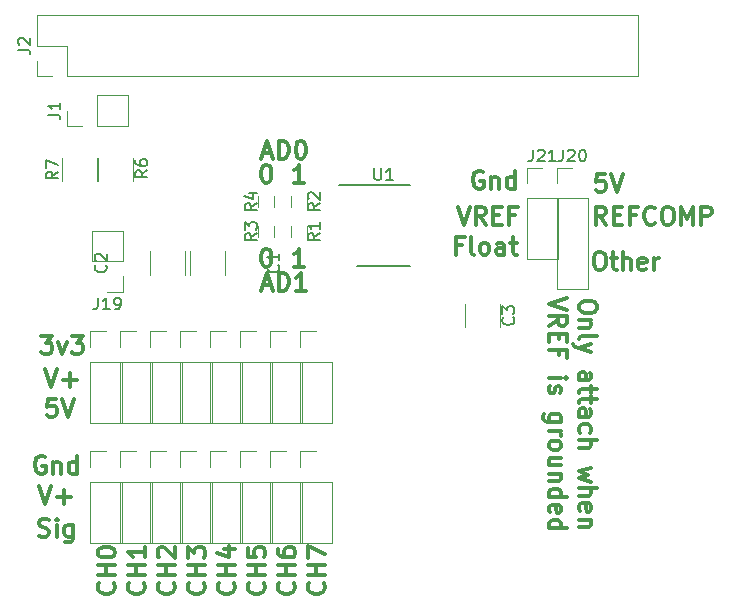
<source format=gbr>
G04 #@! TF.FileFunction,Legend,Top*
%FSLAX46Y46*%
G04 Gerber Fmt 4.6, Leading zero omitted, Abs format (unit mm)*
G04 Created by KiCad (PCBNEW 4.0.6) date 02/08/19 21:52:06*
%MOMM*%
%LPD*%
G01*
G04 APERTURE LIST*
%ADD10C,0.100000*%
%ADD11C,0.300000*%
%ADD12C,0.150000*%
%ADD13C,0.120000*%
G04 APERTURE END LIST*
D10*
D11*
X154496429Y-100478000D02*
X154496429Y-100763714D01*
X154425000Y-100906572D01*
X154282143Y-101049429D01*
X153996429Y-101120857D01*
X153496429Y-101120857D01*
X153210714Y-101049429D01*
X153067857Y-100906572D01*
X152996429Y-100763714D01*
X152996429Y-100478000D01*
X153067857Y-100335143D01*
X153210714Y-100192286D01*
X153496429Y-100120857D01*
X153996429Y-100120857D01*
X154282143Y-100192286D01*
X154425000Y-100335143D01*
X154496429Y-100478000D01*
X153996429Y-101763715D02*
X152996429Y-101763715D01*
X153853571Y-101763715D02*
X153925000Y-101835143D01*
X153996429Y-101978001D01*
X153996429Y-102192286D01*
X153925000Y-102335143D01*
X153782143Y-102406572D01*
X152996429Y-102406572D01*
X152996429Y-103335144D02*
X153067857Y-103192286D01*
X153210714Y-103120858D01*
X154496429Y-103120858D01*
X153996429Y-103763715D02*
X152996429Y-104120858D01*
X153996429Y-104478000D02*
X152996429Y-104120858D01*
X152639286Y-103978000D01*
X152567857Y-103906572D01*
X152496429Y-103763715D01*
X152996429Y-106835143D02*
X153782143Y-106835143D01*
X153925000Y-106763714D01*
X153996429Y-106620857D01*
X153996429Y-106335143D01*
X153925000Y-106192286D01*
X153067857Y-106835143D02*
X152996429Y-106692286D01*
X152996429Y-106335143D01*
X153067857Y-106192286D01*
X153210714Y-106120857D01*
X153353571Y-106120857D01*
X153496429Y-106192286D01*
X153567857Y-106335143D01*
X153567857Y-106692286D01*
X153639286Y-106835143D01*
X153996429Y-107335143D02*
X153996429Y-107906572D01*
X154496429Y-107549429D02*
X153210714Y-107549429D01*
X153067857Y-107620857D01*
X152996429Y-107763715D01*
X152996429Y-107906572D01*
X153996429Y-108192286D02*
X153996429Y-108763715D01*
X154496429Y-108406572D02*
X153210714Y-108406572D01*
X153067857Y-108478000D01*
X152996429Y-108620858D01*
X152996429Y-108763715D01*
X152996429Y-109906572D02*
X153782143Y-109906572D01*
X153925000Y-109835143D01*
X153996429Y-109692286D01*
X153996429Y-109406572D01*
X153925000Y-109263715D01*
X153067857Y-109906572D02*
X152996429Y-109763715D01*
X152996429Y-109406572D01*
X153067857Y-109263715D01*
X153210714Y-109192286D01*
X153353571Y-109192286D01*
X153496429Y-109263715D01*
X153567857Y-109406572D01*
X153567857Y-109763715D01*
X153639286Y-109906572D01*
X153067857Y-111263715D02*
X152996429Y-111120858D01*
X152996429Y-110835144D01*
X153067857Y-110692286D01*
X153139286Y-110620858D01*
X153282143Y-110549429D01*
X153710714Y-110549429D01*
X153853571Y-110620858D01*
X153925000Y-110692286D01*
X153996429Y-110835144D01*
X153996429Y-111120858D01*
X153925000Y-111263715D01*
X152996429Y-111906572D02*
X154496429Y-111906572D01*
X152996429Y-112549429D02*
X153782143Y-112549429D01*
X153925000Y-112478000D01*
X153996429Y-112335143D01*
X153996429Y-112120858D01*
X153925000Y-111978000D01*
X153853571Y-111906572D01*
X153996429Y-114263715D02*
X152996429Y-114549429D01*
X153710714Y-114835143D01*
X152996429Y-115120858D01*
X153996429Y-115406572D01*
X152996429Y-115978001D02*
X154496429Y-115978001D01*
X152996429Y-116620858D02*
X153782143Y-116620858D01*
X153925000Y-116549429D01*
X153996429Y-116406572D01*
X153996429Y-116192287D01*
X153925000Y-116049429D01*
X153853571Y-115978001D01*
X153067857Y-117906572D02*
X152996429Y-117763715D01*
X152996429Y-117478001D01*
X153067857Y-117335144D01*
X153210714Y-117263715D01*
X153782143Y-117263715D01*
X153925000Y-117335144D01*
X153996429Y-117478001D01*
X153996429Y-117763715D01*
X153925000Y-117906572D01*
X153782143Y-117978001D01*
X153639286Y-117978001D01*
X153496429Y-117263715D01*
X153996429Y-118620858D02*
X152996429Y-118620858D01*
X153853571Y-118620858D02*
X153925000Y-118692286D01*
X153996429Y-118835144D01*
X153996429Y-119049429D01*
X153925000Y-119192286D01*
X153782143Y-119263715D01*
X152996429Y-119263715D01*
X151946429Y-99870857D02*
X150446429Y-100370857D01*
X151946429Y-100870857D01*
X150446429Y-102228000D02*
X151160714Y-101728000D01*
X150446429Y-101370857D02*
X151946429Y-101370857D01*
X151946429Y-101942285D01*
X151875000Y-102085143D01*
X151803571Y-102156571D01*
X151660714Y-102228000D01*
X151446429Y-102228000D01*
X151303571Y-102156571D01*
X151232143Y-102085143D01*
X151160714Y-101942285D01*
X151160714Y-101370857D01*
X151232143Y-102870857D02*
X151232143Y-103370857D01*
X150446429Y-103585143D02*
X150446429Y-102870857D01*
X151946429Y-102870857D01*
X151946429Y-103585143D01*
X151232143Y-104728000D02*
X151232143Y-104228000D01*
X150446429Y-104228000D02*
X151946429Y-104228000D01*
X151946429Y-104942286D01*
X150446429Y-106656571D02*
X151446429Y-106656571D01*
X151946429Y-106656571D02*
X151875000Y-106585142D01*
X151803571Y-106656571D01*
X151875000Y-106727999D01*
X151946429Y-106656571D01*
X151803571Y-106656571D01*
X150517857Y-107299428D02*
X150446429Y-107442285D01*
X150446429Y-107728000D01*
X150517857Y-107870857D01*
X150660714Y-107942285D01*
X150732143Y-107942285D01*
X150875000Y-107870857D01*
X150946429Y-107728000D01*
X150946429Y-107513714D01*
X151017857Y-107370857D01*
X151160714Y-107299428D01*
X151232143Y-107299428D01*
X151375000Y-107370857D01*
X151446429Y-107513714D01*
X151446429Y-107728000D01*
X151375000Y-107870857D01*
X151446429Y-110370857D02*
X150232143Y-110370857D01*
X150089286Y-110299428D01*
X150017857Y-110228000D01*
X149946429Y-110085143D01*
X149946429Y-109870857D01*
X150017857Y-109728000D01*
X150517857Y-110370857D02*
X150446429Y-110228000D01*
X150446429Y-109942286D01*
X150517857Y-109799428D01*
X150589286Y-109728000D01*
X150732143Y-109656571D01*
X151160714Y-109656571D01*
X151303571Y-109728000D01*
X151375000Y-109799428D01*
X151446429Y-109942286D01*
X151446429Y-110228000D01*
X151375000Y-110370857D01*
X150446429Y-111085143D02*
X151446429Y-111085143D01*
X151160714Y-111085143D02*
X151303571Y-111156571D01*
X151375000Y-111228000D01*
X151446429Y-111370857D01*
X151446429Y-111513714D01*
X150446429Y-112228000D02*
X150517857Y-112085142D01*
X150589286Y-112013714D01*
X150732143Y-111942285D01*
X151160714Y-111942285D01*
X151303571Y-112013714D01*
X151375000Y-112085142D01*
X151446429Y-112228000D01*
X151446429Y-112442285D01*
X151375000Y-112585142D01*
X151303571Y-112656571D01*
X151160714Y-112728000D01*
X150732143Y-112728000D01*
X150589286Y-112656571D01*
X150517857Y-112585142D01*
X150446429Y-112442285D01*
X150446429Y-112228000D01*
X151446429Y-114013714D02*
X150446429Y-114013714D01*
X151446429Y-113370857D02*
X150660714Y-113370857D01*
X150517857Y-113442285D01*
X150446429Y-113585143D01*
X150446429Y-113799428D01*
X150517857Y-113942285D01*
X150589286Y-114013714D01*
X151446429Y-114728000D02*
X150446429Y-114728000D01*
X151303571Y-114728000D02*
X151375000Y-114799428D01*
X151446429Y-114942286D01*
X151446429Y-115156571D01*
X151375000Y-115299428D01*
X151232143Y-115370857D01*
X150446429Y-115370857D01*
X150446429Y-116728000D02*
X151946429Y-116728000D01*
X150517857Y-116728000D02*
X150446429Y-116585143D01*
X150446429Y-116299429D01*
X150517857Y-116156571D01*
X150589286Y-116085143D01*
X150732143Y-116013714D01*
X151160714Y-116013714D01*
X151303571Y-116085143D01*
X151375000Y-116156571D01*
X151446429Y-116299429D01*
X151446429Y-116585143D01*
X151375000Y-116728000D01*
X150517857Y-118013714D02*
X150446429Y-117870857D01*
X150446429Y-117585143D01*
X150517857Y-117442286D01*
X150660714Y-117370857D01*
X151232143Y-117370857D01*
X151375000Y-117442286D01*
X151446429Y-117585143D01*
X151446429Y-117870857D01*
X151375000Y-118013714D01*
X151232143Y-118085143D01*
X151089286Y-118085143D01*
X150946429Y-117370857D01*
X150446429Y-119370857D02*
X151946429Y-119370857D01*
X150517857Y-119370857D02*
X150446429Y-119228000D01*
X150446429Y-118942286D01*
X150517857Y-118799428D01*
X150589286Y-118728000D01*
X150732143Y-118656571D01*
X151160714Y-118656571D01*
X151303571Y-118728000D01*
X151375000Y-118799428D01*
X151446429Y-118942286D01*
X151446429Y-119228000D01*
X151375000Y-119370857D01*
X154566857Y-95952571D02*
X154852571Y-95952571D01*
X154995429Y-96024000D01*
X155138286Y-96166857D01*
X155209714Y-96452571D01*
X155209714Y-96952571D01*
X155138286Y-97238286D01*
X154995429Y-97381143D01*
X154852571Y-97452571D01*
X154566857Y-97452571D01*
X154424000Y-97381143D01*
X154281143Y-97238286D01*
X154209714Y-96952571D01*
X154209714Y-96452571D01*
X154281143Y-96166857D01*
X154424000Y-96024000D01*
X154566857Y-95952571D01*
X155638286Y-96452571D02*
X156209715Y-96452571D01*
X155852572Y-95952571D02*
X155852572Y-97238286D01*
X155924000Y-97381143D01*
X156066858Y-97452571D01*
X156209715Y-97452571D01*
X156709715Y-97452571D02*
X156709715Y-95952571D01*
X157352572Y-97452571D02*
X157352572Y-96666857D01*
X157281143Y-96524000D01*
X157138286Y-96452571D01*
X156924001Y-96452571D01*
X156781143Y-96524000D01*
X156709715Y-96595429D01*
X158638286Y-97381143D02*
X158495429Y-97452571D01*
X158209715Y-97452571D01*
X158066858Y-97381143D01*
X157995429Y-97238286D01*
X157995429Y-96666857D01*
X158066858Y-96524000D01*
X158209715Y-96452571D01*
X158495429Y-96452571D01*
X158638286Y-96524000D01*
X158709715Y-96666857D01*
X158709715Y-96809714D01*
X157995429Y-96952571D01*
X159352572Y-97452571D02*
X159352572Y-96452571D01*
X159352572Y-96738286D02*
X159424000Y-96595429D01*
X159495429Y-96524000D01*
X159638286Y-96452571D01*
X159781143Y-96452571D01*
X155162287Y-89348571D02*
X154448001Y-89348571D01*
X154376572Y-90062857D01*
X154448001Y-89991429D01*
X154590858Y-89920000D01*
X154948001Y-89920000D01*
X155090858Y-89991429D01*
X155162287Y-90062857D01*
X155233715Y-90205714D01*
X155233715Y-90562857D01*
X155162287Y-90705714D01*
X155090858Y-90777143D01*
X154948001Y-90848571D01*
X154590858Y-90848571D01*
X154448001Y-90777143D01*
X154376572Y-90705714D01*
X155662286Y-89348571D02*
X156162286Y-90848571D01*
X156662286Y-89348571D01*
X155258000Y-93642571D02*
X154758000Y-92928286D01*
X154400857Y-93642571D02*
X154400857Y-92142571D01*
X154972285Y-92142571D01*
X155115143Y-92214000D01*
X155186571Y-92285429D01*
X155258000Y-92428286D01*
X155258000Y-92642571D01*
X155186571Y-92785429D01*
X155115143Y-92856857D01*
X154972285Y-92928286D01*
X154400857Y-92928286D01*
X155900857Y-92856857D02*
X156400857Y-92856857D01*
X156615143Y-93642571D02*
X155900857Y-93642571D01*
X155900857Y-92142571D01*
X156615143Y-92142571D01*
X157758000Y-92856857D02*
X157258000Y-92856857D01*
X157258000Y-93642571D02*
X157258000Y-92142571D01*
X157972286Y-92142571D01*
X159400857Y-93499714D02*
X159329428Y-93571143D01*
X159115142Y-93642571D01*
X158972285Y-93642571D01*
X158758000Y-93571143D01*
X158615142Y-93428286D01*
X158543714Y-93285429D01*
X158472285Y-92999714D01*
X158472285Y-92785429D01*
X158543714Y-92499714D01*
X158615142Y-92356857D01*
X158758000Y-92214000D01*
X158972285Y-92142571D01*
X159115142Y-92142571D01*
X159329428Y-92214000D01*
X159400857Y-92285429D01*
X160329428Y-92142571D02*
X160615142Y-92142571D01*
X160758000Y-92214000D01*
X160900857Y-92356857D01*
X160972285Y-92642571D01*
X160972285Y-93142571D01*
X160900857Y-93428286D01*
X160758000Y-93571143D01*
X160615142Y-93642571D01*
X160329428Y-93642571D01*
X160186571Y-93571143D01*
X160043714Y-93428286D01*
X159972285Y-93142571D01*
X159972285Y-92642571D01*
X160043714Y-92356857D01*
X160186571Y-92214000D01*
X160329428Y-92142571D01*
X161615143Y-93642571D02*
X161615143Y-92142571D01*
X162115143Y-93214000D01*
X162615143Y-92142571D01*
X162615143Y-93642571D01*
X163329429Y-93642571D02*
X163329429Y-92142571D01*
X163900857Y-92142571D01*
X164043715Y-92214000D01*
X164115143Y-92285429D01*
X164186572Y-92428286D01*
X164186572Y-92642571D01*
X164115143Y-92785429D01*
X164043715Y-92856857D01*
X163900857Y-92928286D01*
X163329429Y-92928286D01*
X144831714Y-89166000D02*
X144688857Y-89094571D01*
X144474571Y-89094571D01*
X144260286Y-89166000D01*
X144117428Y-89308857D01*
X144046000Y-89451714D01*
X143974571Y-89737429D01*
X143974571Y-89951714D01*
X144046000Y-90237429D01*
X144117428Y-90380286D01*
X144260286Y-90523143D01*
X144474571Y-90594571D01*
X144617428Y-90594571D01*
X144831714Y-90523143D01*
X144903143Y-90451714D01*
X144903143Y-89951714D01*
X144617428Y-89951714D01*
X145546000Y-89594571D02*
X145546000Y-90594571D01*
X145546000Y-89737429D02*
X145617428Y-89666000D01*
X145760286Y-89594571D01*
X145974571Y-89594571D01*
X146117428Y-89666000D01*
X146188857Y-89808857D01*
X146188857Y-90594571D01*
X147546000Y-90594571D02*
X147546000Y-89094571D01*
X147546000Y-90523143D02*
X147403143Y-90594571D01*
X147117429Y-90594571D01*
X146974571Y-90523143D01*
X146903143Y-90451714D01*
X146831714Y-90308857D01*
X146831714Y-89880286D01*
X146903143Y-89737429D01*
X146974571Y-89666000D01*
X147117429Y-89594571D01*
X147403143Y-89594571D01*
X147546000Y-89666000D01*
X143069715Y-95396857D02*
X142569715Y-95396857D01*
X142569715Y-96182571D02*
X142569715Y-94682571D01*
X143284001Y-94682571D01*
X144069715Y-96182571D02*
X143926857Y-96111143D01*
X143855429Y-95968286D01*
X143855429Y-94682571D01*
X144855429Y-96182571D02*
X144712571Y-96111143D01*
X144641143Y-96039714D01*
X144569714Y-95896857D01*
X144569714Y-95468286D01*
X144641143Y-95325429D01*
X144712571Y-95254000D01*
X144855429Y-95182571D01*
X145069714Y-95182571D01*
X145212571Y-95254000D01*
X145284000Y-95325429D01*
X145355429Y-95468286D01*
X145355429Y-95896857D01*
X145284000Y-96039714D01*
X145212571Y-96111143D01*
X145069714Y-96182571D01*
X144855429Y-96182571D01*
X146641143Y-96182571D02*
X146641143Y-95396857D01*
X146569714Y-95254000D01*
X146426857Y-95182571D01*
X146141143Y-95182571D01*
X145998286Y-95254000D01*
X146641143Y-96111143D02*
X146498286Y-96182571D01*
X146141143Y-96182571D01*
X145998286Y-96111143D01*
X145926857Y-95968286D01*
X145926857Y-95825429D01*
X145998286Y-95682571D01*
X146141143Y-95611143D01*
X146498286Y-95611143D01*
X146641143Y-95539714D01*
X147141143Y-95182571D02*
X147712572Y-95182571D01*
X147355429Y-94682571D02*
X147355429Y-95968286D01*
X147426857Y-96111143D01*
X147569715Y-96182571D01*
X147712572Y-96182571D01*
X142716572Y-92142571D02*
X143216572Y-93642571D01*
X143716572Y-92142571D01*
X145073715Y-93642571D02*
X144573715Y-92928286D01*
X144216572Y-93642571D02*
X144216572Y-92142571D01*
X144788000Y-92142571D01*
X144930858Y-92214000D01*
X145002286Y-92285429D01*
X145073715Y-92428286D01*
X145073715Y-92642571D01*
X145002286Y-92785429D01*
X144930858Y-92856857D01*
X144788000Y-92928286D01*
X144216572Y-92928286D01*
X145716572Y-92856857D02*
X146216572Y-92856857D01*
X146430858Y-93642571D02*
X145716572Y-93642571D01*
X145716572Y-92142571D01*
X146430858Y-92142571D01*
X147573715Y-92856857D02*
X147073715Y-92856857D01*
X147073715Y-93642571D02*
X147073715Y-92142571D01*
X147788001Y-92142571D01*
X108680287Y-108398571D02*
X107966001Y-108398571D01*
X107894572Y-109112857D01*
X107966001Y-109041429D01*
X108108858Y-108970000D01*
X108466001Y-108970000D01*
X108608858Y-109041429D01*
X108680287Y-109112857D01*
X108751715Y-109255714D01*
X108751715Y-109612857D01*
X108680287Y-109755714D01*
X108608858Y-109827143D01*
X108466001Y-109898571D01*
X108108858Y-109898571D01*
X107966001Y-109827143D01*
X107894572Y-109755714D01*
X109180286Y-108398571D02*
X109680286Y-109898571D01*
X110180286Y-108398571D01*
X107434287Y-103064571D02*
X108362858Y-103064571D01*
X107862858Y-103636000D01*
X108077144Y-103636000D01*
X108220001Y-103707429D01*
X108291430Y-103778857D01*
X108362858Y-103921714D01*
X108362858Y-104278857D01*
X108291430Y-104421714D01*
X108220001Y-104493143D01*
X108077144Y-104564571D01*
X107648572Y-104564571D01*
X107505715Y-104493143D01*
X107434287Y-104421714D01*
X108862858Y-103564571D02*
X109220001Y-104564571D01*
X109577143Y-103564571D01*
X110005715Y-103064571D02*
X110934286Y-103064571D01*
X110434286Y-103636000D01*
X110648572Y-103636000D01*
X110791429Y-103707429D01*
X110862858Y-103778857D01*
X110934286Y-103921714D01*
X110934286Y-104278857D01*
X110862858Y-104421714D01*
X110791429Y-104493143D01*
X110648572Y-104564571D01*
X110220000Y-104564571D01*
X110077143Y-104493143D01*
X110005715Y-104421714D01*
X107791429Y-105858571D02*
X108291429Y-107358571D01*
X108791429Y-105858571D01*
X109291429Y-106787143D02*
X110434286Y-106787143D01*
X109862857Y-107358571D02*
X109862857Y-106215714D01*
X107247714Y-119987143D02*
X107462000Y-120058571D01*
X107819143Y-120058571D01*
X107962000Y-119987143D01*
X108033429Y-119915714D01*
X108104857Y-119772857D01*
X108104857Y-119630000D01*
X108033429Y-119487143D01*
X107962000Y-119415714D01*
X107819143Y-119344286D01*
X107533429Y-119272857D01*
X107390571Y-119201429D01*
X107319143Y-119130000D01*
X107247714Y-118987143D01*
X107247714Y-118844286D01*
X107319143Y-118701429D01*
X107390571Y-118630000D01*
X107533429Y-118558571D01*
X107890571Y-118558571D01*
X108104857Y-118630000D01*
X108747714Y-120058571D02*
X108747714Y-119058571D01*
X108747714Y-118558571D02*
X108676285Y-118630000D01*
X108747714Y-118701429D01*
X108819142Y-118630000D01*
X108747714Y-118558571D01*
X108747714Y-118701429D01*
X110104857Y-119058571D02*
X110104857Y-120272857D01*
X110033428Y-120415714D01*
X109962000Y-120487143D01*
X109819143Y-120558571D01*
X109604857Y-120558571D01*
X109462000Y-120487143D01*
X110104857Y-119987143D02*
X109962000Y-120058571D01*
X109676286Y-120058571D01*
X109533428Y-119987143D01*
X109462000Y-119915714D01*
X109390571Y-119772857D01*
X109390571Y-119344286D01*
X109462000Y-119201429D01*
X109533428Y-119130000D01*
X109676286Y-119058571D01*
X109962000Y-119058571D01*
X110104857Y-119130000D01*
X107283429Y-115764571D02*
X107783429Y-117264571D01*
X108283429Y-115764571D01*
X108783429Y-116693143D02*
X109926286Y-116693143D01*
X109354857Y-117264571D02*
X109354857Y-116121714D01*
X107747714Y-113296000D02*
X107604857Y-113224571D01*
X107390571Y-113224571D01*
X107176286Y-113296000D01*
X107033428Y-113438857D01*
X106962000Y-113581714D01*
X106890571Y-113867429D01*
X106890571Y-114081714D01*
X106962000Y-114367429D01*
X107033428Y-114510286D01*
X107176286Y-114653143D01*
X107390571Y-114724571D01*
X107533428Y-114724571D01*
X107747714Y-114653143D01*
X107819143Y-114581714D01*
X107819143Y-114081714D01*
X107533428Y-114081714D01*
X108462000Y-113724571D02*
X108462000Y-114724571D01*
X108462000Y-113867429D02*
X108533428Y-113796000D01*
X108676286Y-113724571D01*
X108890571Y-113724571D01*
X109033428Y-113796000D01*
X109104857Y-113938857D01*
X109104857Y-114724571D01*
X110462000Y-114724571D02*
X110462000Y-113224571D01*
X110462000Y-114653143D02*
X110319143Y-114724571D01*
X110033429Y-114724571D01*
X109890571Y-114653143D01*
X109819143Y-114581714D01*
X109747714Y-114438857D01*
X109747714Y-114010286D01*
X109819143Y-113867429D01*
X109890571Y-113796000D01*
X110033429Y-113724571D01*
X110319143Y-113724571D01*
X110462000Y-113796000D01*
X131345714Y-123971714D02*
X131417143Y-124043143D01*
X131488571Y-124257429D01*
X131488571Y-124400286D01*
X131417143Y-124614571D01*
X131274286Y-124757429D01*
X131131429Y-124828857D01*
X130845714Y-124900286D01*
X130631429Y-124900286D01*
X130345714Y-124828857D01*
X130202857Y-124757429D01*
X130060000Y-124614571D01*
X129988571Y-124400286D01*
X129988571Y-124257429D01*
X130060000Y-124043143D01*
X130131429Y-123971714D01*
X131488571Y-123328857D02*
X129988571Y-123328857D01*
X130702857Y-123328857D02*
X130702857Y-122471714D01*
X131488571Y-122471714D02*
X129988571Y-122471714D01*
X129988571Y-121900285D02*
X129988571Y-120900285D01*
X131488571Y-121543142D01*
X128805714Y-123971714D02*
X128877143Y-124043143D01*
X128948571Y-124257429D01*
X128948571Y-124400286D01*
X128877143Y-124614571D01*
X128734286Y-124757429D01*
X128591429Y-124828857D01*
X128305714Y-124900286D01*
X128091429Y-124900286D01*
X127805714Y-124828857D01*
X127662857Y-124757429D01*
X127520000Y-124614571D01*
X127448571Y-124400286D01*
X127448571Y-124257429D01*
X127520000Y-124043143D01*
X127591429Y-123971714D01*
X128948571Y-123328857D02*
X127448571Y-123328857D01*
X128162857Y-123328857D02*
X128162857Y-122471714D01*
X128948571Y-122471714D02*
X127448571Y-122471714D01*
X127448571Y-121114571D02*
X127448571Y-121400285D01*
X127520000Y-121543142D01*
X127591429Y-121614571D01*
X127805714Y-121757428D01*
X128091429Y-121828857D01*
X128662857Y-121828857D01*
X128805714Y-121757428D01*
X128877143Y-121686000D01*
X128948571Y-121543142D01*
X128948571Y-121257428D01*
X128877143Y-121114571D01*
X128805714Y-121043142D01*
X128662857Y-120971714D01*
X128305714Y-120971714D01*
X128162857Y-121043142D01*
X128091429Y-121114571D01*
X128020000Y-121257428D01*
X128020000Y-121543142D01*
X128091429Y-121686000D01*
X128162857Y-121757428D01*
X128305714Y-121828857D01*
X126265714Y-123971714D02*
X126337143Y-124043143D01*
X126408571Y-124257429D01*
X126408571Y-124400286D01*
X126337143Y-124614571D01*
X126194286Y-124757429D01*
X126051429Y-124828857D01*
X125765714Y-124900286D01*
X125551429Y-124900286D01*
X125265714Y-124828857D01*
X125122857Y-124757429D01*
X124980000Y-124614571D01*
X124908571Y-124400286D01*
X124908571Y-124257429D01*
X124980000Y-124043143D01*
X125051429Y-123971714D01*
X126408571Y-123328857D02*
X124908571Y-123328857D01*
X125622857Y-123328857D02*
X125622857Y-122471714D01*
X126408571Y-122471714D02*
X124908571Y-122471714D01*
X124908571Y-121043142D02*
X124908571Y-121757428D01*
X125622857Y-121828857D01*
X125551429Y-121757428D01*
X125480000Y-121614571D01*
X125480000Y-121257428D01*
X125551429Y-121114571D01*
X125622857Y-121043142D01*
X125765714Y-120971714D01*
X126122857Y-120971714D01*
X126265714Y-121043142D01*
X126337143Y-121114571D01*
X126408571Y-121257428D01*
X126408571Y-121614571D01*
X126337143Y-121757428D01*
X126265714Y-121828857D01*
X123725714Y-123971714D02*
X123797143Y-124043143D01*
X123868571Y-124257429D01*
X123868571Y-124400286D01*
X123797143Y-124614571D01*
X123654286Y-124757429D01*
X123511429Y-124828857D01*
X123225714Y-124900286D01*
X123011429Y-124900286D01*
X122725714Y-124828857D01*
X122582857Y-124757429D01*
X122440000Y-124614571D01*
X122368571Y-124400286D01*
X122368571Y-124257429D01*
X122440000Y-124043143D01*
X122511429Y-123971714D01*
X123868571Y-123328857D02*
X122368571Y-123328857D01*
X123082857Y-123328857D02*
X123082857Y-122471714D01*
X123868571Y-122471714D02*
X122368571Y-122471714D01*
X122868571Y-121114571D02*
X123868571Y-121114571D01*
X122297143Y-121471714D02*
X123368571Y-121828857D01*
X123368571Y-120900285D01*
X121185714Y-123971714D02*
X121257143Y-124043143D01*
X121328571Y-124257429D01*
X121328571Y-124400286D01*
X121257143Y-124614571D01*
X121114286Y-124757429D01*
X120971429Y-124828857D01*
X120685714Y-124900286D01*
X120471429Y-124900286D01*
X120185714Y-124828857D01*
X120042857Y-124757429D01*
X119900000Y-124614571D01*
X119828571Y-124400286D01*
X119828571Y-124257429D01*
X119900000Y-124043143D01*
X119971429Y-123971714D01*
X121328571Y-123328857D02*
X119828571Y-123328857D01*
X120542857Y-123328857D02*
X120542857Y-122471714D01*
X121328571Y-122471714D02*
X119828571Y-122471714D01*
X119828571Y-121900285D02*
X119828571Y-120971714D01*
X120400000Y-121471714D01*
X120400000Y-121257428D01*
X120471429Y-121114571D01*
X120542857Y-121043142D01*
X120685714Y-120971714D01*
X121042857Y-120971714D01*
X121185714Y-121043142D01*
X121257143Y-121114571D01*
X121328571Y-121257428D01*
X121328571Y-121686000D01*
X121257143Y-121828857D01*
X121185714Y-121900285D01*
X118645714Y-123971714D02*
X118717143Y-124043143D01*
X118788571Y-124257429D01*
X118788571Y-124400286D01*
X118717143Y-124614571D01*
X118574286Y-124757429D01*
X118431429Y-124828857D01*
X118145714Y-124900286D01*
X117931429Y-124900286D01*
X117645714Y-124828857D01*
X117502857Y-124757429D01*
X117360000Y-124614571D01*
X117288571Y-124400286D01*
X117288571Y-124257429D01*
X117360000Y-124043143D01*
X117431429Y-123971714D01*
X118788571Y-123328857D02*
X117288571Y-123328857D01*
X118002857Y-123328857D02*
X118002857Y-122471714D01*
X118788571Y-122471714D02*
X117288571Y-122471714D01*
X117431429Y-121828857D02*
X117360000Y-121757428D01*
X117288571Y-121614571D01*
X117288571Y-121257428D01*
X117360000Y-121114571D01*
X117431429Y-121043142D01*
X117574286Y-120971714D01*
X117717143Y-120971714D01*
X117931429Y-121043142D01*
X118788571Y-121900285D01*
X118788571Y-120971714D01*
X116105714Y-123971714D02*
X116177143Y-124043143D01*
X116248571Y-124257429D01*
X116248571Y-124400286D01*
X116177143Y-124614571D01*
X116034286Y-124757429D01*
X115891429Y-124828857D01*
X115605714Y-124900286D01*
X115391429Y-124900286D01*
X115105714Y-124828857D01*
X114962857Y-124757429D01*
X114820000Y-124614571D01*
X114748571Y-124400286D01*
X114748571Y-124257429D01*
X114820000Y-124043143D01*
X114891429Y-123971714D01*
X116248571Y-123328857D02*
X114748571Y-123328857D01*
X115462857Y-123328857D02*
X115462857Y-122471714D01*
X116248571Y-122471714D02*
X114748571Y-122471714D01*
X116248571Y-120971714D02*
X116248571Y-121828857D01*
X116248571Y-121400285D02*
X114748571Y-121400285D01*
X114962857Y-121543142D01*
X115105714Y-121686000D01*
X115177143Y-121828857D01*
X113565714Y-123971714D02*
X113637143Y-124043143D01*
X113708571Y-124257429D01*
X113708571Y-124400286D01*
X113637143Y-124614571D01*
X113494286Y-124757429D01*
X113351429Y-124828857D01*
X113065714Y-124900286D01*
X112851429Y-124900286D01*
X112565714Y-124828857D01*
X112422857Y-124757429D01*
X112280000Y-124614571D01*
X112208571Y-124400286D01*
X112208571Y-124257429D01*
X112280000Y-124043143D01*
X112351429Y-123971714D01*
X113708571Y-123328857D02*
X112208571Y-123328857D01*
X112922857Y-123328857D02*
X112922857Y-122471714D01*
X113708571Y-122471714D02*
X112208571Y-122471714D01*
X112208571Y-121471714D02*
X112208571Y-121328857D01*
X112280000Y-121186000D01*
X112351429Y-121114571D01*
X112494286Y-121043142D01*
X112780000Y-120971714D01*
X113137143Y-120971714D01*
X113422857Y-121043142D01*
X113565714Y-121114571D01*
X113637143Y-121186000D01*
X113708571Y-121328857D01*
X113708571Y-121471714D01*
X113637143Y-121614571D01*
X113565714Y-121686000D01*
X113422857Y-121757428D01*
X113137143Y-121828857D01*
X112780000Y-121828857D01*
X112494286Y-121757428D01*
X112351429Y-121686000D01*
X112280000Y-121614571D01*
X112208571Y-121471714D01*
X129714572Y-90086571D02*
X128857429Y-90086571D01*
X129286001Y-90086571D02*
X129286001Y-88586571D01*
X129143144Y-88800857D01*
X129000286Y-88943714D01*
X128857429Y-89015143D01*
X126420572Y-88586571D02*
X126563429Y-88586571D01*
X126706286Y-88658000D01*
X126777715Y-88729429D01*
X126849144Y-88872286D01*
X126920572Y-89158000D01*
X126920572Y-89515143D01*
X126849144Y-89800857D01*
X126777715Y-89943714D01*
X126706286Y-90015143D01*
X126563429Y-90086571D01*
X126420572Y-90086571D01*
X126277715Y-90015143D01*
X126206286Y-89943714D01*
X126134858Y-89800857D01*
X126063429Y-89515143D01*
X126063429Y-89158000D01*
X126134858Y-88872286D01*
X126206286Y-88729429D01*
X126277715Y-88658000D01*
X126420572Y-88586571D01*
X129714572Y-97198571D02*
X128857429Y-97198571D01*
X129286001Y-97198571D02*
X129286001Y-95698571D01*
X129143144Y-95912857D01*
X129000286Y-96055714D01*
X128857429Y-96127143D01*
X126420572Y-95698571D02*
X126563429Y-95698571D01*
X126706286Y-95770000D01*
X126777715Y-95841429D01*
X126849144Y-95984286D01*
X126920572Y-96270000D01*
X126920572Y-96627143D01*
X126849144Y-96912857D01*
X126777715Y-97055714D01*
X126706286Y-97127143D01*
X126563429Y-97198571D01*
X126420572Y-97198571D01*
X126277715Y-97127143D01*
X126206286Y-97055714D01*
X126134858Y-96912857D01*
X126063429Y-96627143D01*
X126063429Y-96270000D01*
X126134858Y-95984286D01*
X126206286Y-95841429D01*
X126277715Y-95770000D01*
X126420572Y-95698571D01*
X126194572Y-98802000D02*
X126908858Y-98802000D01*
X126051715Y-99230571D02*
X126551715Y-97730571D01*
X127051715Y-99230571D01*
X127551715Y-99230571D02*
X127551715Y-97730571D01*
X127908858Y-97730571D01*
X128123143Y-97802000D01*
X128266001Y-97944857D01*
X128337429Y-98087714D01*
X128408858Y-98373429D01*
X128408858Y-98587714D01*
X128337429Y-98873429D01*
X128266001Y-99016286D01*
X128123143Y-99159143D01*
X127908858Y-99230571D01*
X127551715Y-99230571D01*
X129837429Y-99230571D02*
X128980286Y-99230571D01*
X129408858Y-99230571D02*
X129408858Y-97730571D01*
X129266001Y-97944857D01*
X129123143Y-98087714D01*
X128980286Y-98159143D01*
X126194572Y-87626000D02*
X126908858Y-87626000D01*
X126051715Y-88054571D02*
X126551715Y-86554571D01*
X127051715Y-88054571D01*
X127551715Y-88054571D02*
X127551715Y-86554571D01*
X127908858Y-86554571D01*
X128123143Y-86626000D01*
X128266001Y-86768857D01*
X128337429Y-86911714D01*
X128408858Y-87197429D01*
X128408858Y-87411714D01*
X128337429Y-87697429D01*
X128266001Y-87840286D01*
X128123143Y-87983143D01*
X127908858Y-88054571D01*
X127551715Y-88054571D01*
X129337429Y-86554571D02*
X129480286Y-86554571D01*
X129623143Y-86626000D01*
X129694572Y-86697429D01*
X129766001Y-86840286D01*
X129837429Y-87126000D01*
X129837429Y-87483143D01*
X129766001Y-87768857D01*
X129694572Y-87911714D01*
X129623143Y-87983143D01*
X129480286Y-88054571D01*
X129337429Y-88054571D01*
X129194572Y-87983143D01*
X129123143Y-87911714D01*
X129051715Y-87768857D01*
X128980286Y-87483143D01*
X128980286Y-87126000D01*
X129051715Y-86840286D01*
X129123143Y-86697429D01*
X129194572Y-86626000D01*
X129337429Y-86554571D01*
D12*
X134173000Y-97176000D02*
X138623000Y-97176000D01*
X132648000Y-90276000D02*
X138623000Y-90276000D01*
D13*
X114780000Y-85330000D02*
X114780000Y-82670000D01*
X112180000Y-85330000D02*
X114780000Y-85330000D01*
X112180000Y-82670000D02*
X114780000Y-82670000D01*
X112180000Y-85330000D02*
X112180000Y-82670000D01*
X110910000Y-85330000D02*
X109580000Y-85330000D01*
X109580000Y-85330000D02*
X109580000Y-84000000D01*
X157960000Y-81100000D02*
X157960000Y-75900000D01*
X109640000Y-81100000D02*
X157960000Y-81100000D01*
X107040000Y-75900000D02*
X157960000Y-75900000D01*
X109640000Y-81100000D02*
X109640000Y-78500000D01*
X109640000Y-78500000D02*
X107040000Y-78500000D01*
X107040000Y-78500000D02*
X107040000Y-75900000D01*
X108370000Y-81100000D02*
X107040000Y-81100000D01*
X107040000Y-81100000D02*
X107040000Y-79770000D01*
X123019000Y-97901000D02*
X123019000Y-95901000D01*
X120059000Y-95901000D02*
X120059000Y-97901000D01*
X119590000Y-97901000D02*
X119590000Y-95901000D01*
X116630000Y-95901000D02*
X116630000Y-97901000D01*
X111573000Y-110423000D02*
X114233000Y-110423000D01*
X111573000Y-105283000D02*
X111573000Y-110423000D01*
X114233000Y-105283000D02*
X114233000Y-110423000D01*
X111573000Y-105283000D02*
X114233000Y-105283000D01*
X111573000Y-104013000D02*
X111573000Y-102683000D01*
X111573000Y-102683000D02*
X112903000Y-102683000D01*
X114113000Y-110423000D02*
X116773000Y-110423000D01*
X114113000Y-105283000D02*
X114113000Y-110423000D01*
X116773000Y-105283000D02*
X116773000Y-110423000D01*
X114113000Y-105283000D02*
X116773000Y-105283000D01*
X114113000Y-104013000D02*
X114113000Y-102683000D01*
X114113000Y-102683000D02*
X115443000Y-102683000D01*
X116653000Y-110423000D02*
X119313000Y-110423000D01*
X116653000Y-105283000D02*
X116653000Y-110423000D01*
X119313000Y-105283000D02*
X119313000Y-110423000D01*
X116653000Y-105283000D02*
X119313000Y-105283000D01*
X116653000Y-104013000D02*
X116653000Y-102683000D01*
X116653000Y-102683000D02*
X117983000Y-102683000D01*
X119193000Y-110423000D02*
X121853000Y-110423000D01*
X119193000Y-105283000D02*
X119193000Y-110423000D01*
X121853000Y-105283000D02*
X121853000Y-110423000D01*
X119193000Y-105283000D02*
X121853000Y-105283000D01*
X119193000Y-104013000D02*
X119193000Y-102683000D01*
X119193000Y-102683000D02*
X120523000Y-102683000D01*
X121733000Y-110423000D02*
X124393000Y-110423000D01*
X121733000Y-105283000D02*
X121733000Y-110423000D01*
X124393000Y-105283000D02*
X124393000Y-110423000D01*
X121733000Y-105283000D02*
X124393000Y-105283000D01*
X121733000Y-104013000D02*
X121733000Y-102683000D01*
X121733000Y-102683000D02*
X123063000Y-102683000D01*
X124273000Y-110423000D02*
X126933000Y-110423000D01*
X124273000Y-105283000D02*
X124273000Y-110423000D01*
X126933000Y-105283000D02*
X126933000Y-110423000D01*
X124273000Y-105283000D02*
X126933000Y-105283000D01*
X124273000Y-104013000D02*
X124273000Y-102683000D01*
X124273000Y-102683000D02*
X125603000Y-102683000D01*
X126813000Y-110423000D02*
X129473000Y-110423000D01*
X126813000Y-105283000D02*
X126813000Y-110423000D01*
X129473000Y-105283000D02*
X129473000Y-110423000D01*
X126813000Y-105283000D02*
X129473000Y-105283000D01*
X126813000Y-104013000D02*
X126813000Y-102683000D01*
X126813000Y-102683000D02*
X128143000Y-102683000D01*
X129353000Y-110423000D02*
X132013000Y-110423000D01*
X129353000Y-105283000D02*
X129353000Y-110423000D01*
X132013000Y-105283000D02*
X132013000Y-110423000D01*
X129353000Y-105283000D02*
X132013000Y-105283000D01*
X129353000Y-104013000D02*
X129353000Y-102683000D01*
X129353000Y-102683000D02*
X130683000Y-102683000D01*
X111573000Y-120583000D02*
X114233000Y-120583000D01*
X111573000Y-115443000D02*
X111573000Y-120583000D01*
X114233000Y-115443000D02*
X114233000Y-120583000D01*
X111573000Y-115443000D02*
X114233000Y-115443000D01*
X111573000Y-114173000D02*
X111573000Y-112843000D01*
X111573000Y-112843000D02*
X112903000Y-112843000D01*
X114113000Y-120583000D02*
X116773000Y-120583000D01*
X114113000Y-115443000D02*
X114113000Y-120583000D01*
X116773000Y-115443000D02*
X116773000Y-120583000D01*
X114113000Y-115443000D02*
X116773000Y-115443000D01*
X114113000Y-114173000D02*
X114113000Y-112843000D01*
X114113000Y-112843000D02*
X115443000Y-112843000D01*
X116653000Y-120583000D02*
X119313000Y-120583000D01*
X116653000Y-115443000D02*
X116653000Y-120583000D01*
X119313000Y-115443000D02*
X119313000Y-120583000D01*
X116653000Y-115443000D02*
X119313000Y-115443000D01*
X116653000Y-114173000D02*
X116653000Y-112843000D01*
X116653000Y-112843000D02*
X117983000Y-112843000D01*
X119193000Y-120583000D02*
X121853000Y-120583000D01*
X119193000Y-115443000D02*
X119193000Y-120583000D01*
X121853000Y-115443000D02*
X121853000Y-120583000D01*
X119193000Y-115443000D02*
X121853000Y-115443000D01*
X119193000Y-114173000D02*
X119193000Y-112843000D01*
X119193000Y-112843000D02*
X120523000Y-112843000D01*
X121733000Y-120583000D02*
X124393000Y-120583000D01*
X121733000Y-115443000D02*
X121733000Y-120583000D01*
X124393000Y-115443000D02*
X124393000Y-120583000D01*
X121733000Y-115443000D02*
X124393000Y-115443000D01*
X121733000Y-114173000D02*
X121733000Y-112843000D01*
X121733000Y-112843000D02*
X123063000Y-112843000D01*
X124273000Y-120583000D02*
X126933000Y-120583000D01*
X124273000Y-115443000D02*
X124273000Y-120583000D01*
X126933000Y-115443000D02*
X126933000Y-120583000D01*
X124273000Y-115443000D02*
X126933000Y-115443000D01*
X124273000Y-114173000D02*
X124273000Y-112843000D01*
X124273000Y-112843000D02*
X125603000Y-112843000D01*
X126813000Y-120583000D02*
X129473000Y-120583000D01*
X126813000Y-115443000D02*
X126813000Y-120583000D01*
X129473000Y-115443000D02*
X129473000Y-120583000D01*
X126813000Y-115443000D02*
X129473000Y-115443000D01*
X126813000Y-114173000D02*
X126813000Y-112843000D01*
X126813000Y-112843000D02*
X128143000Y-112843000D01*
X129353000Y-120583000D02*
X132013000Y-120583000D01*
X129353000Y-115443000D02*
X129353000Y-120583000D01*
X132013000Y-115443000D02*
X132013000Y-120583000D01*
X129353000Y-115443000D02*
X132013000Y-115443000D01*
X129353000Y-114173000D02*
X129353000Y-112843000D01*
X129353000Y-112843000D02*
X130683000Y-112843000D01*
X115184000Y-88000000D02*
X115184000Y-90000000D01*
X112224000Y-90000000D02*
X112224000Y-88000000D01*
X112136000Y-88000000D02*
X112136000Y-90000000D01*
X109176000Y-90000000D02*
X109176000Y-88000000D01*
X114360000Y-94174000D02*
X111700000Y-94174000D01*
X114360000Y-96774000D02*
X114360000Y-94174000D01*
X111700000Y-96774000D02*
X111700000Y-94174000D01*
X114360000Y-96774000D02*
X111700000Y-96774000D01*
X114360000Y-98044000D02*
X114360000Y-99374000D01*
X114360000Y-99374000D02*
X113030000Y-99374000D01*
X129966000Y-93734000D02*
X129966000Y-94734000D01*
X128606000Y-94734000D02*
X128606000Y-93734000D01*
X128606000Y-92194000D02*
X128606000Y-91194000D01*
X129966000Y-91194000D02*
X129966000Y-92194000D01*
X127172000Y-93734000D02*
X127172000Y-94734000D01*
X125812000Y-94734000D02*
X125812000Y-93734000D01*
X125812000Y-92194000D02*
X125812000Y-91194000D01*
X127172000Y-91194000D02*
X127172000Y-92194000D01*
X146260000Y-102346000D02*
X146260000Y-100346000D01*
X143300000Y-100346000D02*
X143300000Y-102346000D01*
X151070000Y-99120000D02*
X153730000Y-99120000D01*
X151070000Y-91440000D02*
X151070000Y-99120000D01*
X153730000Y-91440000D02*
X153730000Y-99120000D01*
X151070000Y-91440000D02*
X153730000Y-91440000D01*
X151070000Y-90170000D02*
X151070000Y-88840000D01*
X151070000Y-88840000D02*
X152400000Y-88840000D01*
X148530000Y-96580000D02*
X151190000Y-96580000D01*
X148530000Y-91440000D02*
X148530000Y-96580000D01*
X151190000Y-91440000D02*
X151190000Y-96580000D01*
X148530000Y-91440000D02*
X151190000Y-91440000D01*
X148530000Y-90170000D02*
X148530000Y-88840000D01*
X148530000Y-88840000D02*
X149860000Y-88840000D01*
D12*
X135636095Y-88878381D02*
X135636095Y-89687905D01*
X135683714Y-89783143D01*
X135731333Y-89830762D01*
X135826571Y-89878381D01*
X136017048Y-89878381D01*
X136112286Y-89830762D01*
X136159905Y-89783143D01*
X136207524Y-89687905D01*
X136207524Y-88878381D01*
X137207524Y-89878381D02*
X136636095Y-89878381D01*
X136921809Y-89878381D02*
X136921809Y-88878381D01*
X136826571Y-89021238D01*
X136731333Y-89116476D01*
X136636095Y-89164095D01*
X108032381Y-84333333D02*
X108746667Y-84333333D01*
X108889524Y-84380953D01*
X108984762Y-84476191D01*
X109032381Y-84619048D01*
X109032381Y-84714286D01*
X109032381Y-83333333D02*
X109032381Y-83904762D01*
X109032381Y-83619048D02*
X108032381Y-83619048D01*
X108175238Y-83714286D01*
X108270476Y-83809524D01*
X108318095Y-83904762D01*
X105492381Y-78833333D02*
X106206667Y-78833333D01*
X106349524Y-78880953D01*
X106444762Y-78976191D01*
X106492381Y-79119048D01*
X106492381Y-79214286D01*
X105587619Y-78404762D02*
X105540000Y-78357143D01*
X105492381Y-78261905D01*
X105492381Y-78023809D01*
X105540000Y-77928571D01*
X105587619Y-77880952D01*
X105682857Y-77833333D01*
X105778095Y-77833333D01*
X105920952Y-77880952D01*
X106492381Y-78452381D01*
X106492381Y-77833333D01*
X127484143Y-97067666D02*
X127531762Y-97115285D01*
X127579381Y-97258142D01*
X127579381Y-97353380D01*
X127531762Y-97496238D01*
X127436524Y-97591476D01*
X127341286Y-97639095D01*
X127150810Y-97686714D01*
X127007952Y-97686714D01*
X126817476Y-97639095D01*
X126722238Y-97591476D01*
X126627000Y-97496238D01*
X126579381Y-97353380D01*
X126579381Y-97258142D01*
X126627000Y-97115285D01*
X126674619Y-97067666D01*
X127579381Y-96115285D02*
X127579381Y-96686714D01*
X127579381Y-96401000D02*
X126579381Y-96401000D01*
X126722238Y-96496238D01*
X126817476Y-96591476D01*
X126865095Y-96686714D01*
X112879143Y-97067666D02*
X112926762Y-97115285D01*
X112974381Y-97258142D01*
X112974381Y-97353380D01*
X112926762Y-97496238D01*
X112831524Y-97591476D01*
X112736286Y-97639095D01*
X112545810Y-97686714D01*
X112402952Y-97686714D01*
X112212476Y-97639095D01*
X112117238Y-97591476D01*
X112022000Y-97496238D01*
X111974381Y-97353380D01*
X111974381Y-97258142D01*
X112022000Y-97115285D01*
X112069619Y-97067666D01*
X112069619Y-96686714D02*
X112022000Y-96639095D01*
X111974381Y-96543857D01*
X111974381Y-96305761D01*
X112022000Y-96210523D01*
X112069619Y-96162904D01*
X112164857Y-96115285D01*
X112260095Y-96115285D01*
X112402952Y-96162904D01*
X112974381Y-96734333D01*
X112974381Y-96115285D01*
X116403381Y-89066666D02*
X115927190Y-89400000D01*
X116403381Y-89638095D02*
X115403381Y-89638095D01*
X115403381Y-89257142D01*
X115451000Y-89161904D01*
X115498619Y-89114285D01*
X115593857Y-89066666D01*
X115736714Y-89066666D01*
X115831952Y-89114285D01*
X115879571Y-89161904D01*
X115927190Y-89257142D01*
X115927190Y-89638095D01*
X115403381Y-88209523D02*
X115403381Y-88400000D01*
X115451000Y-88495238D01*
X115498619Y-88542857D01*
X115641476Y-88638095D01*
X115831952Y-88685714D01*
X116212905Y-88685714D01*
X116308143Y-88638095D01*
X116355762Y-88590476D01*
X116403381Y-88495238D01*
X116403381Y-88304761D01*
X116355762Y-88209523D01*
X116308143Y-88161904D01*
X116212905Y-88114285D01*
X115974810Y-88114285D01*
X115879571Y-88161904D01*
X115831952Y-88209523D01*
X115784333Y-88304761D01*
X115784333Y-88495238D01*
X115831952Y-88590476D01*
X115879571Y-88638095D01*
X115974810Y-88685714D01*
X108858381Y-89166666D02*
X108382190Y-89500000D01*
X108858381Y-89738095D02*
X107858381Y-89738095D01*
X107858381Y-89357142D01*
X107906000Y-89261904D01*
X107953619Y-89214285D01*
X108048857Y-89166666D01*
X108191714Y-89166666D01*
X108286952Y-89214285D01*
X108334571Y-89261904D01*
X108382190Y-89357142D01*
X108382190Y-89738095D01*
X107858381Y-88833333D02*
X107858381Y-88166666D01*
X108858381Y-88595238D01*
X112220477Y-99826381D02*
X112220477Y-100540667D01*
X112172857Y-100683524D01*
X112077619Y-100778762D01*
X111934762Y-100826381D01*
X111839524Y-100826381D01*
X113220477Y-100826381D02*
X112649048Y-100826381D01*
X112934762Y-100826381D02*
X112934762Y-99826381D01*
X112839524Y-99969238D01*
X112744286Y-100064476D01*
X112649048Y-100112095D01*
X113696667Y-100826381D02*
X113887143Y-100826381D01*
X113982382Y-100778762D01*
X114030001Y-100731143D01*
X114125239Y-100588286D01*
X114172858Y-100397810D01*
X114172858Y-100016857D01*
X114125239Y-99921619D01*
X114077620Y-99874000D01*
X113982382Y-99826381D01*
X113791905Y-99826381D01*
X113696667Y-99874000D01*
X113649048Y-99921619D01*
X113601429Y-100016857D01*
X113601429Y-100254952D01*
X113649048Y-100350190D01*
X113696667Y-100397810D01*
X113791905Y-100445429D01*
X113982382Y-100445429D01*
X114077620Y-100397810D01*
X114125239Y-100350190D01*
X114172858Y-100254952D01*
X131008381Y-94400666D02*
X130532190Y-94734000D01*
X131008381Y-94972095D02*
X130008381Y-94972095D01*
X130008381Y-94591142D01*
X130056000Y-94495904D01*
X130103619Y-94448285D01*
X130198857Y-94400666D01*
X130341714Y-94400666D01*
X130436952Y-94448285D01*
X130484571Y-94495904D01*
X130532190Y-94591142D01*
X130532190Y-94972095D01*
X131008381Y-93448285D02*
X131008381Y-94019714D01*
X131008381Y-93734000D02*
X130008381Y-93734000D01*
X130151238Y-93829238D01*
X130246476Y-93924476D01*
X130294095Y-94019714D01*
X131008381Y-91860666D02*
X130532190Y-92194000D01*
X131008381Y-92432095D02*
X130008381Y-92432095D01*
X130008381Y-92051142D01*
X130056000Y-91955904D01*
X130103619Y-91908285D01*
X130198857Y-91860666D01*
X130341714Y-91860666D01*
X130436952Y-91908285D01*
X130484571Y-91955904D01*
X130532190Y-92051142D01*
X130532190Y-92432095D01*
X130103619Y-91479714D02*
X130056000Y-91432095D01*
X130008381Y-91336857D01*
X130008381Y-91098761D01*
X130056000Y-91003523D01*
X130103619Y-90955904D01*
X130198857Y-90908285D01*
X130294095Y-90908285D01*
X130436952Y-90955904D01*
X131008381Y-91527333D01*
X131008381Y-90908285D01*
X125674381Y-94400666D02*
X125198190Y-94734000D01*
X125674381Y-94972095D02*
X124674381Y-94972095D01*
X124674381Y-94591142D01*
X124722000Y-94495904D01*
X124769619Y-94448285D01*
X124864857Y-94400666D01*
X125007714Y-94400666D01*
X125102952Y-94448285D01*
X125150571Y-94495904D01*
X125198190Y-94591142D01*
X125198190Y-94972095D01*
X124674381Y-94067333D02*
X124674381Y-93448285D01*
X125055333Y-93781619D01*
X125055333Y-93638761D01*
X125102952Y-93543523D01*
X125150571Y-93495904D01*
X125245810Y-93448285D01*
X125483905Y-93448285D01*
X125579143Y-93495904D01*
X125626762Y-93543523D01*
X125674381Y-93638761D01*
X125674381Y-93924476D01*
X125626762Y-94019714D01*
X125579143Y-94067333D01*
X125674381Y-91860666D02*
X125198190Y-92194000D01*
X125674381Y-92432095D02*
X124674381Y-92432095D01*
X124674381Y-92051142D01*
X124722000Y-91955904D01*
X124769619Y-91908285D01*
X124864857Y-91860666D01*
X125007714Y-91860666D01*
X125102952Y-91908285D01*
X125150571Y-91955904D01*
X125198190Y-92051142D01*
X125198190Y-92432095D01*
X125007714Y-91003523D02*
X125674381Y-91003523D01*
X124626762Y-91241619D02*
X125341048Y-91479714D01*
X125341048Y-90860666D01*
X147387143Y-101512666D02*
X147434762Y-101560285D01*
X147482381Y-101703142D01*
X147482381Y-101798380D01*
X147434762Y-101941238D01*
X147339524Y-102036476D01*
X147244286Y-102084095D01*
X147053810Y-102131714D01*
X146910952Y-102131714D01*
X146720476Y-102084095D01*
X146625238Y-102036476D01*
X146530000Y-101941238D01*
X146482381Y-101798380D01*
X146482381Y-101703142D01*
X146530000Y-101560285D01*
X146577619Y-101512666D01*
X146482381Y-101179333D02*
X146482381Y-100560285D01*
X146863333Y-100893619D01*
X146863333Y-100750761D01*
X146910952Y-100655523D01*
X146958571Y-100607904D01*
X147053810Y-100560285D01*
X147291905Y-100560285D01*
X147387143Y-100607904D01*
X147434762Y-100655523D01*
X147482381Y-100750761D01*
X147482381Y-101036476D01*
X147434762Y-101131714D01*
X147387143Y-101179333D01*
X151590477Y-87292381D02*
X151590477Y-88006667D01*
X151542857Y-88149524D01*
X151447619Y-88244762D01*
X151304762Y-88292381D01*
X151209524Y-88292381D01*
X152019048Y-87387619D02*
X152066667Y-87340000D01*
X152161905Y-87292381D01*
X152400001Y-87292381D01*
X152495239Y-87340000D01*
X152542858Y-87387619D01*
X152590477Y-87482857D01*
X152590477Y-87578095D01*
X152542858Y-87720952D01*
X151971429Y-88292381D01*
X152590477Y-88292381D01*
X153209524Y-87292381D02*
X153304763Y-87292381D01*
X153400001Y-87340000D01*
X153447620Y-87387619D01*
X153495239Y-87482857D01*
X153542858Y-87673333D01*
X153542858Y-87911429D01*
X153495239Y-88101905D01*
X153447620Y-88197143D01*
X153400001Y-88244762D01*
X153304763Y-88292381D01*
X153209524Y-88292381D01*
X153114286Y-88244762D01*
X153066667Y-88197143D01*
X153019048Y-88101905D01*
X152971429Y-87911429D01*
X152971429Y-87673333D01*
X153019048Y-87482857D01*
X153066667Y-87387619D01*
X153114286Y-87340000D01*
X153209524Y-87292381D01*
X149050477Y-87292381D02*
X149050477Y-88006667D01*
X149002857Y-88149524D01*
X148907619Y-88244762D01*
X148764762Y-88292381D01*
X148669524Y-88292381D01*
X149479048Y-87387619D02*
X149526667Y-87340000D01*
X149621905Y-87292381D01*
X149860001Y-87292381D01*
X149955239Y-87340000D01*
X150002858Y-87387619D01*
X150050477Y-87482857D01*
X150050477Y-87578095D01*
X150002858Y-87720952D01*
X149431429Y-88292381D01*
X150050477Y-88292381D01*
X151002858Y-88292381D02*
X150431429Y-88292381D01*
X150717143Y-88292381D02*
X150717143Y-87292381D01*
X150621905Y-87435238D01*
X150526667Y-87530476D01*
X150431429Y-87578095D01*
M02*

</source>
